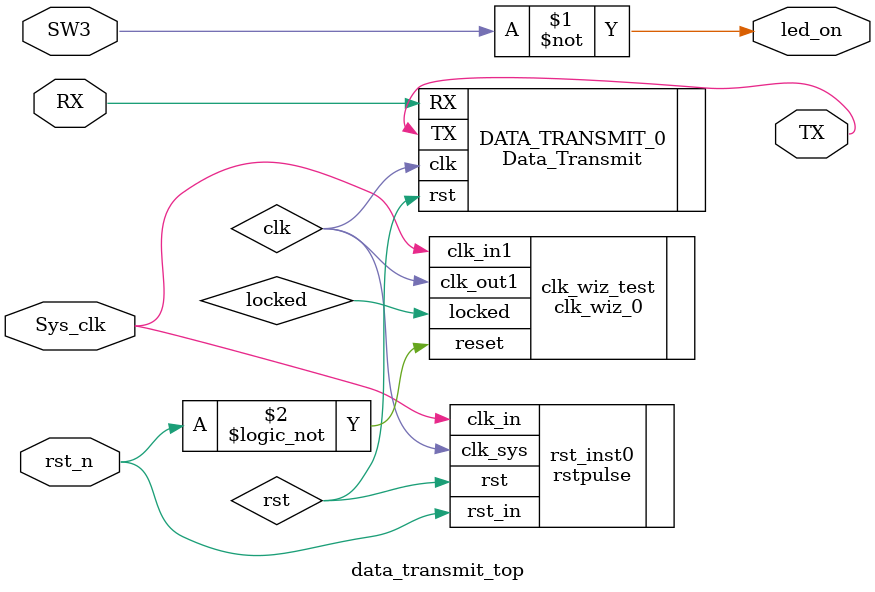
<source format=v>
module data_transmit_top(
    input wire Sys_clk,
    input wire rst_n,
    input wire SW3,
    input wire RX,
    output wire TX,
    output wire led_on
    );

assign led_on = ~SW3;   // Using Led To Denote


// -------------The CLK WIZARD
clk_wiz_0 clk_wiz_test 
(
// Clock out ports
.clk_out1(clk),     // output clk_out1
// Status and control signals
.reset(!rst_n), // input reset
.locked(locked),       // output locked
// Clock in ports
.clk_in1(Sys_clk));      // input clk_in1



// --------------The RESET PULSE
wire rst;
//rst is the signal after process
//used for other modules whose clk is not sys_clk
rstpulse rst_inst0(
    .clk_in(Sys_clk),
    .clk_sys(clk),
    .rst_in(rst_n),
    .rst(rst)
);


Data_Transmit DATA_TRANSMIT_0(
    .clk(clk),
    .rst(rst),
    .RX(RX),
    .TX(TX)
);





endmodule

</source>
